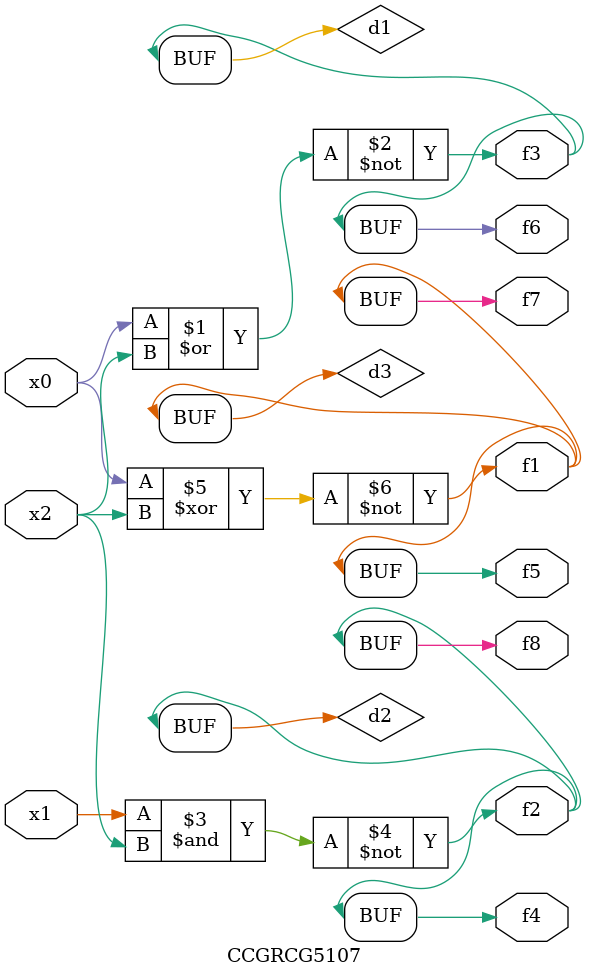
<source format=v>
module CCGRCG5107(
	input x0, x1, x2,
	output f1, f2, f3, f4, f5, f6, f7, f8
);

	wire d1, d2, d3;

	nor (d1, x0, x2);
	nand (d2, x1, x2);
	xnor (d3, x0, x2);
	assign f1 = d3;
	assign f2 = d2;
	assign f3 = d1;
	assign f4 = d2;
	assign f5 = d3;
	assign f6 = d1;
	assign f7 = d3;
	assign f8 = d2;
endmodule

</source>
